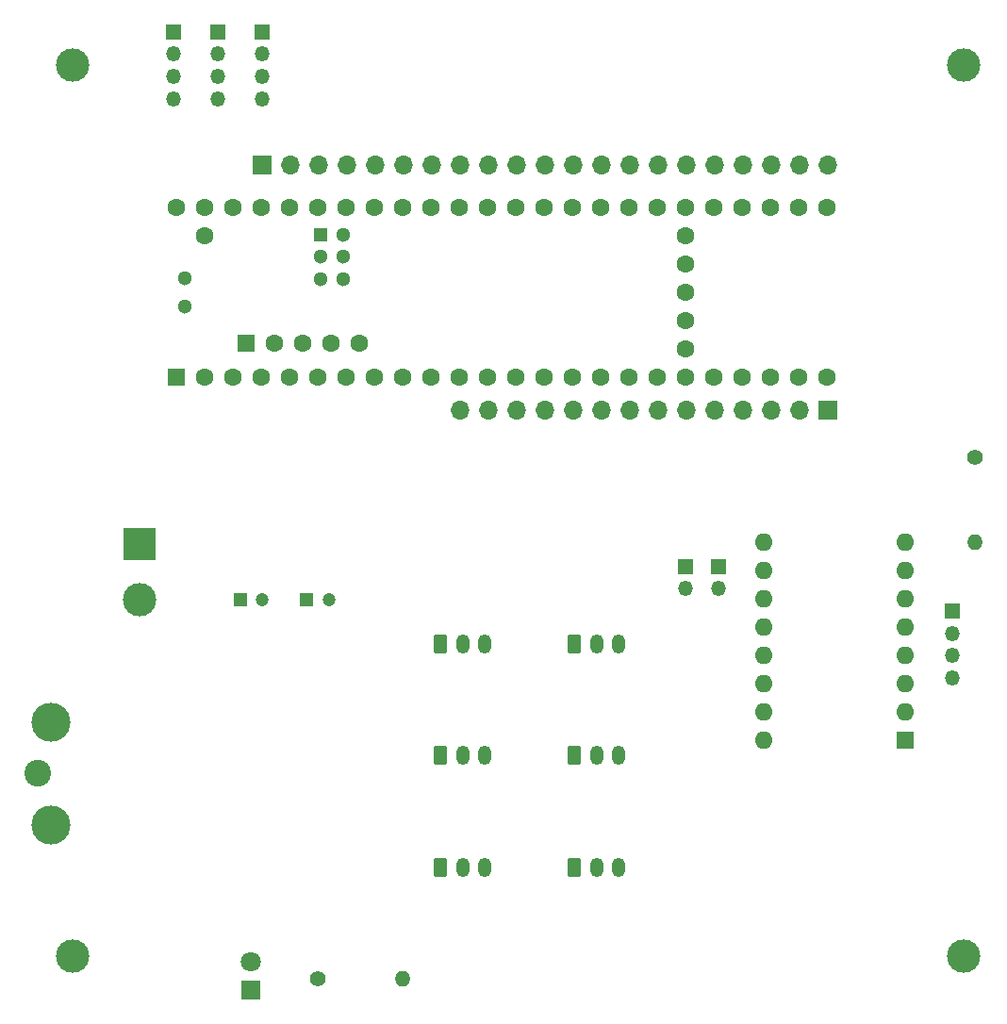
<source format=gbr>
%TF.GenerationSoftware,KiCad,Pcbnew,8.0.6*%
%TF.CreationDate,2024-11-20T07:08:01-05:00*%
%TF.ProjectId,multiDOF,6d756c74-6944-44f4-962e-6b696361645f,rev?*%
%TF.SameCoordinates,Original*%
%TF.FileFunction,Soldermask,Bot*%
%TF.FilePolarity,Negative*%
%FSLAX46Y46*%
G04 Gerber Fmt 4.6, Leading zero omitted, Abs format (unit mm)*
G04 Created by KiCad (PCBNEW 8.0.6) date 2024-11-20 07:08:01*
%MOMM*%
%LPD*%
G01*
G04 APERTURE LIST*
G04 Aperture macros list*
%AMRoundRect*
0 Rectangle with rounded corners*
0 $1 Rounding radius*
0 $2 $3 $4 $5 $6 $7 $8 $9 X,Y pos of 4 corners*
0 Add a 4 corners polygon primitive as box body*
4,1,4,$2,$3,$4,$5,$6,$7,$8,$9,$2,$3,0*
0 Add four circle primitives for the rounded corners*
1,1,$1+$1,$2,$3*
1,1,$1+$1,$4,$5*
1,1,$1+$1,$6,$7*
1,1,$1+$1,$8,$9*
0 Add four rect primitives between the rounded corners*
20,1,$1+$1,$2,$3,$4,$5,0*
20,1,$1+$1,$4,$5,$6,$7,0*
20,1,$1+$1,$6,$7,$8,$9,0*
20,1,$1+$1,$8,$9,$2,$3,0*%
G04 Aperture macros list end*
%ADD10R,3.000000X3.000000*%
%ADD11C,3.000000*%
%ADD12R,1.200000X1.200000*%
%ADD13C,1.200000*%
%ADD14R,1.350000X1.350000*%
%ADD15O,1.350000X1.350000*%
%ADD16RoundRect,0.250000X-0.350000X-0.625000X0.350000X-0.625000X0.350000X0.625000X-0.350000X0.625000X0*%
%ADD17O,1.200000X1.750000*%
%ADD18R,1.600000X1.600000*%
%ADD19C,1.600000*%
%ADD20R,1.300000X1.300000*%
%ADD21C,1.300000*%
%ADD22C,1.400000*%
%ADD23O,1.400000X1.400000*%
%ADD24R,1.700000X1.700000*%
%ADD25O,1.700000X1.700000*%
%ADD26C,2.400000*%
%ADD27C,3.500000*%
%ADD28O,1.600000X1.600000*%
%ADD29R,1.800000X1.800000*%
%ADD30C,1.800000*%
G04 APERTURE END LIST*
D10*
%TO.C,J1*%
X66000000Y-103000000D03*
D11*
X66000000Y-108000000D03*
%TD*%
D12*
%TO.C,C2*%
X81000000Y-108000000D03*
D13*
X83000000Y-108000000D03*
%TD*%
D11*
%TO.C,REF\u002A\u002A*%
X60000000Y-140000000D03*
%TD*%
D14*
%TO.C,J14*%
X73000000Y-57000000D03*
D15*
X73000000Y-59000000D03*
X73000000Y-61000000D03*
X73000000Y-63000000D03*
%TD*%
D16*
%TO.C,J2*%
X93000000Y-112000000D03*
D17*
X95000000Y-112000000D03*
X97000000Y-112000000D03*
%TD*%
D18*
%TO.C,U1*%
X69280000Y-88000000D03*
D19*
X71820000Y-88000000D03*
X74360000Y-88000000D03*
X76900000Y-88000000D03*
X79440000Y-88000000D03*
X81980000Y-88000000D03*
X84520000Y-88000000D03*
X87060000Y-88000000D03*
X89600000Y-88000000D03*
X92140000Y-88000000D03*
X94680000Y-88000000D03*
X97220000Y-88000000D03*
X99760000Y-88000000D03*
X102300000Y-88000000D03*
X104840000Y-88000000D03*
X107380000Y-88000000D03*
X109920000Y-88000000D03*
X112460000Y-88000000D03*
X115000000Y-88000000D03*
X117540000Y-88000000D03*
X120080000Y-88000000D03*
X122620000Y-88000000D03*
X125160000Y-88000000D03*
X127700000Y-88000000D03*
X127700000Y-72760000D03*
X125160000Y-72760000D03*
X122620000Y-72760000D03*
X120080000Y-72760000D03*
X117540000Y-72760000D03*
X115000000Y-72760000D03*
X112460000Y-72760000D03*
X109920000Y-72760000D03*
X107380000Y-72760000D03*
X104840000Y-72760000D03*
X102300000Y-72760000D03*
X99760000Y-72760000D03*
X97220000Y-72760000D03*
X94680000Y-72760000D03*
X92140000Y-72760000D03*
X89600000Y-72760000D03*
X87060000Y-72760000D03*
X84520000Y-72760000D03*
X81980000Y-72760000D03*
X79440000Y-72760000D03*
X76900000Y-72760000D03*
X74360000Y-72760000D03*
X71820000Y-72760000D03*
X69280000Y-72760000D03*
X71820000Y-75300000D03*
X115000000Y-85460000D03*
X115000000Y-82920000D03*
X115000000Y-80380000D03*
X115000000Y-77840000D03*
X115000000Y-75300000D03*
D18*
X75579200Y-84949200D03*
D19*
X78119200Y-84949200D03*
X80659200Y-84949200D03*
X83199200Y-84949200D03*
X85739200Y-84949200D03*
D20*
X82250000Y-75198400D03*
D21*
X82250000Y-77198400D03*
X82250000Y-79198400D03*
X84250000Y-79198400D03*
X84250000Y-77198400D03*
X84250000Y-75198400D03*
X70010000Y-79110000D03*
X70010000Y-81650000D03*
%TD*%
D22*
%TO.C,R2*%
X141000000Y-95190000D03*
D23*
X141000000Y-102810000D03*
%TD*%
D11*
%TO.C,REF\u002A\u002A*%
X140000000Y-60000000D03*
%TD*%
%TO.C,REF\u002A\u002A*%
X140000000Y-140000000D03*
%TD*%
D16*
%TO.C,J7*%
X105000000Y-132000000D03*
D17*
X107000000Y-132000000D03*
X109000000Y-132000000D03*
%TD*%
D14*
%TO.C,J13*%
X69000000Y-57000000D03*
D15*
X69000000Y-59000000D03*
X69000000Y-61000000D03*
X69000000Y-63000000D03*
%TD*%
D24*
%TO.C,J12*%
X76960000Y-69000000D03*
D25*
X79500000Y-69000000D03*
X82040000Y-69000000D03*
X84580000Y-69000000D03*
X87120000Y-69000000D03*
X89660000Y-69000000D03*
X92200000Y-69000000D03*
X94740000Y-69000000D03*
X97280000Y-69000000D03*
X99820000Y-69000000D03*
X102360000Y-69000000D03*
X104900000Y-69000000D03*
X107440000Y-69000000D03*
X109980000Y-69000000D03*
X112520000Y-69000000D03*
X115060000Y-69000000D03*
X117600000Y-69000000D03*
X120140000Y-69000000D03*
X122680000Y-69000000D03*
X125220000Y-69000000D03*
X127760000Y-69000000D03*
%TD*%
D26*
%TO.C,F1*%
X56800000Y-123600000D03*
D27*
X58000000Y-119000000D03*
X58000000Y-128200000D03*
%TD*%
D14*
%TO.C,J9*%
X139000000Y-109000000D03*
D15*
X139000000Y-111000000D03*
X139000000Y-113000000D03*
X139000000Y-115000000D03*
%TD*%
D16*
%TO.C,J4*%
X93000000Y-132000000D03*
D17*
X95000000Y-132000000D03*
X97000000Y-132000000D03*
%TD*%
D12*
%TO.C,C1*%
X75000000Y-108000000D03*
D13*
X77000000Y-108000000D03*
%TD*%
D14*
%TO.C,J11*%
X115000000Y-105000000D03*
D15*
X115000000Y-107000000D03*
%TD*%
D16*
%TO.C,J3*%
X93000000Y-122000000D03*
D17*
X95000000Y-122000000D03*
X97000000Y-122000000D03*
%TD*%
D22*
%TO.C,R1*%
X82000000Y-142000000D03*
D23*
X89620000Y-142000000D03*
%TD*%
D24*
%TO.C,J8*%
X127760000Y-91000000D03*
D25*
X125220000Y-91000000D03*
X122680000Y-91000000D03*
X120140000Y-91000000D03*
X117600000Y-91000000D03*
X115060000Y-91000000D03*
X112520000Y-91000000D03*
X109980000Y-91000000D03*
X107440000Y-91000000D03*
X104900000Y-91000000D03*
X102360000Y-91000000D03*
X99820000Y-91000000D03*
X97280000Y-91000000D03*
X94740000Y-91000000D03*
%TD*%
D16*
%TO.C,J6*%
X105000000Y-122000000D03*
D17*
X107000000Y-122000000D03*
X109000000Y-122000000D03*
%TD*%
D18*
%TO.C,A1*%
X134700000Y-120620000D03*
D28*
X134700000Y-118080000D03*
X134700000Y-115540000D03*
X134700000Y-113000000D03*
X134700000Y-110460000D03*
X134700000Y-107920000D03*
X134700000Y-105380000D03*
X134700000Y-102840000D03*
X122000000Y-102840000D03*
X122000000Y-105380000D03*
X122000000Y-107920000D03*
X122000000Y-110460000D03*
X122000000Y-113000000D03*
X122000000Y-115540000D03*
X122000000Y-118080000D03*
X122000000Y-120620000D03*
%TD*%
D14*
%TO.C,J10*%
X118000000Y-105000000D03*
D15*
X118000000Y-107000000D03*
%TD*%
D14*
%TO.C,J15*%
X77000000Y-57000000D03*
D15*
X77000000Y-59000000D03*
X77000000Y-61000000D03*
X77000000Y-63000000D03*
%TD*%
D29*
%TO.C,D1*%
X76000000Y-143000000D03*
D30*
X76000000Y-140460000D03*
%TD*%
D11*
%TO.C,REF\u002A\u002A*%
X60000000Y-60000000D03*
%TD*%
D16*
%TO.C,J5*%
X105000000Y-112000000D03*
D17*
X107000000Y-112000000D03*
X109000000Y-112000000D03*
%TD*%
M02*

</source>
